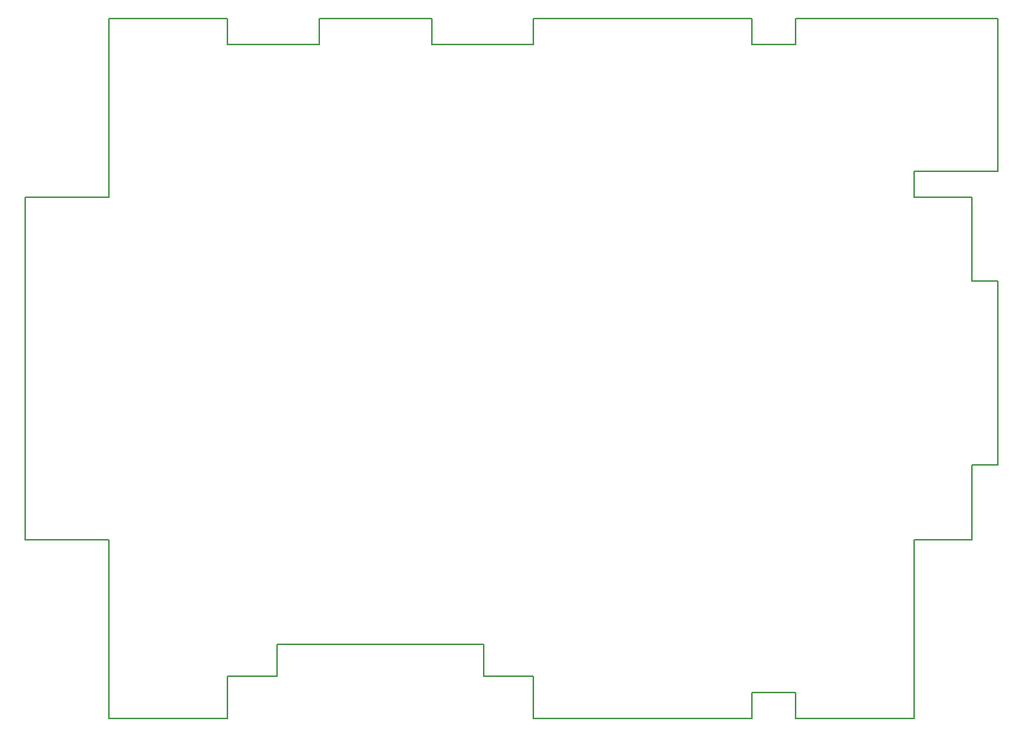
<source format=gm1>
G04 #@! TF.GenerationSoftware,KiCad,Pcbnew,(5.1.9-0-10_14)*
G04 #@! TF.CreationDate,2022-02-27T09:45:11-05:00*
G04 #@! TF.ProjectId,FlexFox80,466c6578-466f-4783-9830-2e6b69636164,1.10*
G04 #@! TF.SameCoordinates,Original*
G04 #@! TF.FileFunction,Profile,NP*
%FSLAX46Y46*%
G04 Gerber Fmt 4.6, Leading zero omitted, Abs format (unit mm)*
G04 Created by KiCad (PCBNEW (5.1.9-0-10_14)) date 2022-02-27 09:45:11*
%MOMM*%
%LPD*%
G01*
G04 APERTURE LIST*
G04 #@! TA.AperFunction,Profile*
%ADD10C,0.150000*%
G04 #@! TD*
G04 APERTURE END LIST*
D10*
X117800000Y-110000000D02*
X117800000Y-89600000D01*
X104300000Y-110000000D02*
X117800000Y-110000000D01*
X117800000Y-30000000D02*
X127400000Y-30000000D01*
X124400000Y-50400000D02*
X117800000Y-50400000D01*
X68600000Y-105150000D02*
X74300000Y-105150000D01*
X45000000Y-101500000D02*
X68600000Y-101500000D01*
X68600000Y-105150000D02*
X68600000Y-101500000D01*
X45000000Y-105150000D02*
X45000000Y-101500000D01*
X62680000Y-33000000D02*
X74300000Y-33000000D01*
X49840000Y-30000000D02*
X62680000Y-30000000D01*
X62680000Y-33000000D02*
X62680000Y-30000000D01*
X49840000Y-30000000D02*
X49840000Y-33000000D01*
X124400000Y-81000000D02*
X124400000Y-89600000D01*
X124400000Y-81000000D02*
X127400000Y-81000000D01*
X124400000Y-60000000D02*
X127400000Y-60000000D01*
X127400000Y-60000000D02*
X127400000Y-81000000D01*
X117800000Y-47500000D02*
X127400000Y-47500000D01*
X127400000Y-30000000D02*
X127400000Y-47500000D01*
X74300000Y-110000000D02*
X99300000Y-110000000D01*
X25800000Y-110000000D02*
X39300000Y-110000000D01*
X104300000Y-30000000D02*
X117800000Y-30000000D01*
X74300000Y-30000000D02*
X99300000Y-30000000D01*
X25800000Y-30000000D02*
X39300000Y-30000000D01*
X104300000Y-110000000D02*
X104300000Y-107000000D01*
X99300000Y-107000000D02*
X104300000Y-107000000D01*
X99300000Y-107000000D02*
X99300000Y-110000000D01*
X39300000Y-105150000D02*
X45000000Y-105150000D01*
X74300000Y-110000000D02*
X74300000Y-105150000D01*
X39300000Y-105150000D02*
X39300000Y-110000000D01*
X104300000Y-33000000D02*
X104300000Y-30000000D01*
X99300000Y-33000000D02*
X104300000Y-33000000D01*
X99300000Y-30000000D02*
X99300000Y-33000000D01*
X39300000Y-33000000D02*
X49840000Y-33000000D01*
X74300000Y-33000000D02*
X74300000Y-30000000D01*
X39300000Y-30000000D02*
X39300000Y-33000000D01*
X124400000Y-50400000D02*
X124400000Y-60000000D01*
X117800000Y-89600000D02*
X124400000Y-89600000D01*
X117800000Y-47500000D02*
X117800000Y-50400000D01*
X25800000Y-89600000D02*
X25800000Y-110000000D01*
X16200000Y-89600000D02*
X25800000Y-89600000D01*
X25800000Y-50400000D02*
X25800000Y-30000000D01*
X16200000Y-50400000D02*
X25800000Y-50400000D01*
X16200000Y-50400000D02*
X16200000Y-89600000D01*
M02*

</source>
